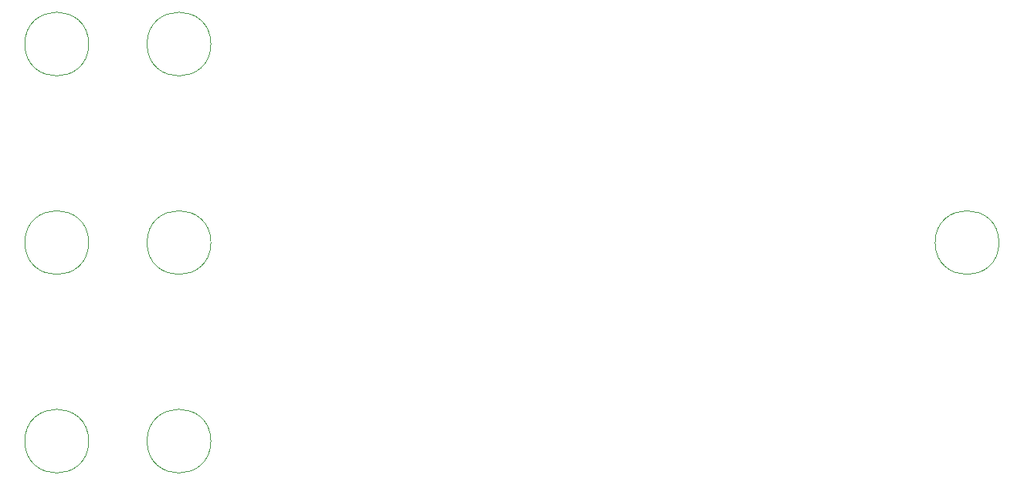
<source format=gbr>
%TF.GenerationSoftware,KiCad,Pcbnew,8.0.2*%
%TF.CreationDate,2024-07-11T13:13:48+02:00*%
%TF.ProjectId,HYDRA_VMM3_CARD,48594452-415f-4564-9d4d-335f43415244,rev?*%
%TF.SameCoordinates,Original*%
%TF.FileFunction,Other,User*%
%FSLAX46Y46*%
G04 Gerber Fmt 4.6, Leading zero omitted, Abs format (unit mm)*
G04 Created by KiCad (PCBNEW 8.0.2) date 2024-07-11 13:13:48*
%MOMM*%
%LPD*%
G01*
G04 APERTURE LIST*
%ADD10C,0.100000*%
G04 APERTURE END LIST*
D10*
X142950000Y-57580000D02*
G75*
G02*
X135950000Y-57580000I-3500000J0D01*
G01*
X135950000Y-57580000D02*
G75*
G02*
X142950000Y-57580000I3500000J0D01*
G01*
X56550000Y-35780000D02*
G75*
G02*
X49550000Y-35780000I-3500000J0D01*
G01*
X49550000Y-35780000D02*
G75*
G02*
X56550000Y-35780000I3500000J0D01*
G01*
X43150000Y-35780000D02*
G75*
G02*
X36150000Y-35780000I-3500000J0D01*
G01*
X36150000Y-35780000D02*
G75*
G02*
X43150000Y-35780000I3500000J0D01*
G01*
X56550000Y-57580000D02*
G75*
G02*
X49550000Y-57580000I-3500000J0D01*
G01*
X49550000Y-57580000D02*
G75*
G02*
X56550000Y-57580000I3500000J0D01*
G01*
X43150000Y-57580000D02*
G75*
G02*
X36150000Y-57580000I-3500000J0D01*
G01*
X36150000Y-57580000D02*
G75*
G02*
X43150000Y-57580000I3500000J0D01*
G01*
X56550000Y-79380000D02*
G75*
G02*
X49550000Y-79380000I-3500000J0D01*
G01*
X49550000Y-79380000D02*
G75*
G02*
X56550000Y-79380000I3500000J0D01*
G01*
X43150000Y-79380000D02*
G75*
G02*
X36150000Y-79380000I-3500000J0D01*
G01*
X36150000Y-79380000D02*
G75*
G02*
X43150000Y-79380000I3500000J0D01*
G01*
M02*

</source>
